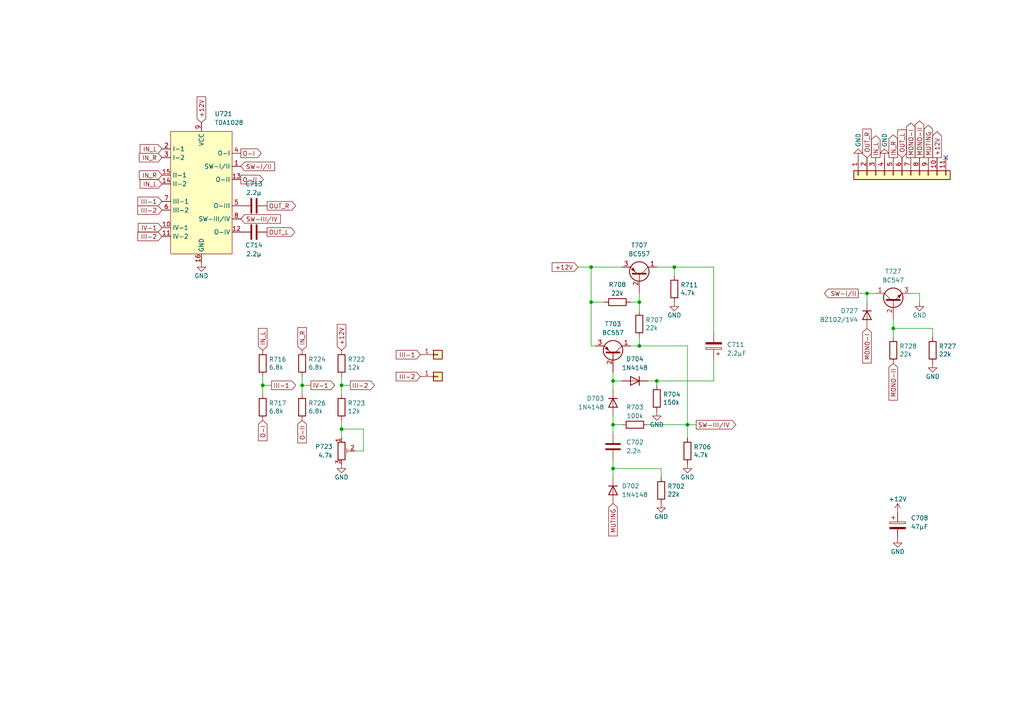
<source format=kicad_sch>
(kicad_sch (version 20230121) (generator eeschema)
  (paper "A4")
  (lib_symbols
    (symbol "Connector_Generic:Conn_01x01" (pin_names (offset 1.016) hide)
      (property "Reference" "J" (at 0 2.54 0))
      (property "Value" "Conn_01x01" (at 0 -2.54 0))
      (symbol "Conn_01x01_1_1"
        (rectangle (start -1.27 0.127) (end 0 -0.127) (stroke (width 0.1524)))
        (rectangle (start -1.27 1.27) (end 1.27 -1.27) (stroke (width 0.254)) (fill (type background)))
        (pin passive line (at -5.08 0 0) (length 3.81) (name "Pin_1") (number "1"))
      )
    )
    (symbol "Connector_Generic:Conn_01x11" (pin_names (offset 1.016) hide)
      (property "Reference" "J" (at 0 15.24 0))
      (property "Value" "Conn_01x11" (at 0 -15.24 0))
      (symbol "Conn_01x11_1_1"
        (rectangle (start -1.27 -12.573) (end 0 -12.827) (stroke (width 0.1524)))
        (rectangle (start -1.27 -10.033) (end 0 -10.287) (stroke (width 0.1524)))
        (rectangle (start -1.27 -7.493) (end 0 -7.747) (stroke (width 0.1524)))
        (rectangle (start -1.27 -4.953) (end 0 -5.207) (stroke (width 0.1524)))
        (rectangle (start -1.27 -2.413) (end 0 -2.667) (stroke (width 0.1524)))
        (rectangle (start -1.27 0.127) (end 0 -0.127) (stroke (width 0.1524)))
        (rectangle (start -1.27 2.667) (end 0 2.413) (stroke (width 0.1524)))
        (rectangle (start -1.27 5.207) (end 0 4.953) (stroke (width 0.1524)))
        (rectangle (start -1.27 7.747) (end 0 7.493) (stroke (width 0.1524)))
        (rectangle (start -1.27 10.287) (end 0 10.033) (stroke (width 0.1524)))
        (rectangle (start -1.27 12.827) (end 0 12.573) (stroke (width 0.1524)))
        (rectangle (start -1.27 13.97) (end 1.27 -13.97) (stroke (width 0.254)) (fill (type background)))
        (pin passive line (at -5.08 12.7 0) (length 3.81) (name "Pin_1") (number "1"))
        (pin passive line (at -5.08 -10.16 0) (length 3.81) (name "Pin_10") (number "10"))
        (pin passive line (at -5.08 -12.7 0) (length 3.81) (name "Pin_11") (number "11"))
        (pin passive line (at -5.08 10.16 0) (length 3.81) (name "Pin_2") (number "2"))
        (pin passive line (at -5.08 7.62 0) (length 3.81) (name "Pin_3") (number "3"))
        (pin passive line (at -5.08 5.08 0) (length 3.81) (name "Pin_4") (number "4"))
        (pin passive line (at -5.08 2.54 0) (length 3.81) (name "Pin_5") (number "5"))
        (pin passive line (at -5.08 0 0) (length 3.81) (name "Pin_6") (number "6"))
        (pin passive line (at -5.08 -2.54 0) (length 3.81) (name "Pin_7") (number "7"))
        (pin passive line (at -5.08 -5.08 0) (length 3.81) (name "Pin_8") (number "8"))
        (pin passive line (at -5.08 -7.62 0) (length 3.81) (name "Pin_9") (number "9"))
      )
    )
    (symbol "Device:C" (pin_numbers hide) (pin_names (offset 0.254))
      (property "Reference" "C" (at 0.635 2.54 0))
      (property "Value" "C" (at 0.635 -2.54 0))
      (symbol "C_0_1"
        (polyline (pts (xy -2.032 -0.762) (xy 2.032 -0.762)) (stroke (width 0.508)))
        (polyline (pts (xy -2.032 0.762) (xy 2.032 0.762)) (stroke (width 0.508)))
      )
      (symbol "C_1_1"
        (pin passive line (at 0 3.81 270) (length 2.794) (name "~") (number "1"))
        (pin passive line (at 0 -3.81 90) (length 2.794) (name "~") (number "2"))
      )
    )
    (symbol "Device:C_Polarized" (pin_numbers hide) (pin_names (offset 0.254))
      (property "Reference" "C" (at 0.635 2.54 0))
      (property "Value" "C_Polarized" (at 0.635 -2.54 0))
      (symbol "C_Polarized_0_1"
        (rectangle (start -2.286 0.508) (end 2.286 1.016))
        (polyline (pts (xy -1.778 2.286) (xy -0.762 2.286)))
        (polyline (pts (xy -1.27 2.794) (xy -1.27 1.778)))
        (rectangle (start 2.286 -0.508) (end -2.286 -1.016) (fill (type outline)))
      )
      (symbol "C_Polarized_1_1"
        (pin passive line (at 0 3.81 270) (length 2.794) (name "~") (number "1"))
        (pin passive line (at 0 -3.81 90) (length 2.794) (name "~") (number "2"))
      )
    )
    (symbol "Device:R" (pin_numbers hide) (pin_names (offset 0))
      (property "Reference" "R" (at 2.032 0 90))
      (property "Value" "R" (at 0 0 90))
      (symbol "R_0_1"
        (rectangle (start -1.016 -2.54) (end 1.016 2.54) (stroke (width 0.254)))
      )
      (symbol "R_1_1"
        (pin passive line (at 0 3.81 270) (length 1.27) (name "~") (number "1"))
        (pin passive line (at 0 -3.81 90) (length 1.27) (name "~") (number "2"))
      )
    )
    (symbol "Device:R_Potentiometer_Trim" (pin_names (offset 1.016) hide)
      (property "Reference" "RV" (at -4.445 0 90))
      (property "Value" "R_Potentiometer_Trim" (at -2.54 0 90))
      (symbol "R_Potentiometer_Trim_0_1"
        (polyline (pts (xy 1.524 0.762) (xy 1.524 -0.762)))
        (polyline (pts (xy 2.54 0) (xy 1.524 0)))
        (rectangle (start 1.016 2.54) (end -1.016 -2.54) (stroke (width 0.254)))
      )
      (symbol "R_Potentiometer_Trim_1_1"
        (pin passive line (at 0 3.81 270) (length 1.27) (name "1") (number "1"))
        (pin passive line (at 3.81 0 180) (length 1.27) (name "2") (number "2"))
        (pin passive line (at 0 -3.81 90) (length 1.27) (name "3") (number "3"))
      )
    )
    (symbol "Diode:1N4148" (pin_numbers hide) (pin_names hide)
      (property "Reference" "D" (at 0 2.54 0))
      (property "Value" "1N4148" (at 0 -2.54 0))
      (symbol "1N4148_0_1"
        (polyline (pts (xy -1.27 1.27) (xy -1.27 -1.27)) (stroke (width 0.254)))
        (polyline (pts (xy 1.27 0) (xy -1.27 0)))
        (polyline (pts (xy 1.27 1.27) (xy 1.27 -1.27) (xy -1.27 0) (xy 1.27 1.27)) (stroke (width 0.254)))
      )
      (symbol "1N4148_1_1"
        (pin passive line (at -3.81 0 0) (length 2.54) (name "K") (number "1"))
        (pin passive line (at 3.81 0 180) (length 2.54) (name "A") (number "2"))
      )
    )
    (symbol "Library:TDA1028"
      (property "Reference" "U" (at 0 0 0))
      (property "Value" "TDA1028" (at 0 0 0))
      (symbol "TDA1028_0_1"
        (rectangle (start 8.89 60.96) (end -8.89 25.4) (fill (type background)))
      )
      (symbol "TDA1028_1_1"
        (pin input line (at 11.43 50.8 180) (length 2.54) (name "SW-I/II") (number "1"))
        (pin input line (at -11.43 33.02 0) (length 2.54) (name "IV-1") (number "10"))
        (pin input line (at -11.43 30.48 0) (length 2.54) (name "IV-2") (number "11"))
        (pin output line (at 11.43 31.75 180) (length 2.54) (name "O-IV") (number "12"))
        (pin output line (at 11.43 46.99 180) (length 2.54) (name "O-II") (number "13"))
        (pin input line (at -11.43 45.72 0) (length 2.54) (name "II-2") (number "14"))
        (pin input line (at -11.43 48.26 0) (length 2.54) (name "II-1") (number "15"))
        (pin input line (at 0 22.86 90) (length 2.54) (name "GND") (number "16"))
        (pin input line (at -11.43 55.88 0) (length 2.54) (name "I-1") (number "2"))
        (pin input line (at -11.43 53.34 0) (length 2.54) (name "I-2") (number "3"))
        (pin output line (at 11.43 54.61 180) (length 2.54) (name "O-I") (number "4"))
        (pin output line (at 11.43 39.37 180) (length 2.54) (name "O-III") (number "5"))
        (pin input line (at -11.43 38.1 0) (length 2.54) (name "III-2") (number "6"))
        (pin input line (at -11.43 40.64 0) (length 2.54) (name "III-1") (number "7"))
        (pin input line (at 11.43 35.56 180) (length 2.54) (name "SW-III/IV") (number "8"))
        (pin input line (at 0 63.5 270) (length 2.54) (name "VCC") (number "9"))
      )
    )
    (symbol "Transistor_BJT:BC546" (pin_names (offset 0) hide)
      (property "Reference" "Q" (at 5.08 1.905 0))
      (property "Value" "BC546" (at 5.08 0 0))
      (symbol "BC546_0_1"
        (polyline (pts (xy 0 0) (xy 0.635 0)))
        (polyline (pts (xy 0.635 0.635) (xy 2.54 2.54)))
        (polyline (pts (xy 0.635 -0.635) (xy 2.54 -2.54) (xy 2.54 -2.54)))
        (polyline (pts (xy 0.635 1.905) (xy 0.635 -1.905) (xy 0.635 -1.905)) (stroke (width 0.508)))
        (polyline (pts (xy 1.27 -1.778) (xy 1.778 -1.27) (xy 2.286 -2.286) (xy 1.27 -1.778) (xy 1.27 -1.778)) (fill (type outline)))
        (circle (center 1.27 0) (radius 2.8194) (stroke (width 0.254)))
      )
      (symbol "BC546_1_1"
        (pin passive line (at 2.54 5.08 270) (length 2.54) (name "C") (number "1"))
        (pin input line (at -5.08 0 0) (length 5.08) (name "B") (number "2"))
        (pin passive line (at 2.54 -5.08 90) (length 2.54) (name "E") (number "3"))
      )
    )
    (symbol "Transistor_BJT:BC557" (pin_names (offset 0) hide)
      (property "Reference" "Q" (at 5.08 1.905 0))
      (property "Value" "BC557" (at 5.08 0 0))
      (symbol "BC557_0_1"
        (polyline (pts (xy 0.635 0.635) (xy 2.54 2.54)))
        (polyline (pts (xy 0.635 -0.635) (xy 2.54 -2.54) (xy 2.54 -2.54)))
        (polyline (pts (xy 0.635 1.905) (xy 0.635 -1.905) (xy 0.635 -1.905)) (stroke (width 0.508)))
        (polyline (pts (xy 2.286 -1.778) (xy 1.778 -2.286) (xy 1.27 -1.27) (xy 2.286 -1.778) (xy 2.286 -1.778)) (fill (type outline)))
        (circle (center 1.27 0) (radius 2.8194) (stroke (width 0.254)))
      )
      (symbol "BC557_1_1"
        (pin passive line (at 2.54 5.08 270) (length 2.54) (name "C") (number "1"))
        (pin input line (at -5.08 0 0) (length 5.715) (name "B") (number "2"))
        (pin passive line (at 2.54 -5.08 90) (length 2.54) (name "E") (number "3"))
      )
    )
    (symbol "power:+12V" (power) (pin_names (offset 0))
      (property "Value" "+12V" (at 0 3.556 0))
      (symbol "+12V_0_1"
        (polyline (pts (xy -0.762 1.27) (xy 0 2.54)))
        (polyline (pts (xy 0 0) (xy 0 2.54)))
        (polyline (pts (xy 0 2.54) (xy 0.762 1.27)))
      )
      (symbol "+12V_1_1"
        (pin power_in line (at 0 0 90) (length 0) hide (name "+12V") (number "1"))
      )
    )
    (symbol "power:GND" (power) (pin_names (offset 0))
      (property "Value" "GND" (at 0 -3.81 0))
      (symbol "GND_0_1"
        (polyline (pts (xy 0 0) (xy 0 -1.27) (xy 1.27 -1.27) (xy 0 -2.54) (xy -1.27 -1.27) (xy 0 -1.27)))
      )
      (symbol "GND_1_1"
        (pin power_in line (at 0 0 270) (length 0) hide (name "GND") (number "1"))
      )
    )
  )
  (junction (at 177.8 135.89))
  (junction (at 177.8 110.49))
  (junction (at 76.2 111.76))
  (junction (at 177.8 123.19))
  (junction (at 99.06 111.76))
  (junction (at 185.42 87.63))
  (junction (at 87.63 111.76))
  (junction (at 171.45 77.47))
  (junction (at 259.08 95.25))
  (junction (at 171.45 87.63))
  (junction (at 185.42 100.33))
  (junction (at 190.5 110.49))
  (junction (at 199.39 123.19))
  (junction (at 99.06 124.46))
  (junction (at 251.46 85.09))
  (junction (at 195.58 77.47))
  (no_connect (at 274.32 45.72))
  (wire (pts (xy 199.39 123.19) (xy 199.39 127)))
  (wire (pts (xy 248.92 85.09) (xy 251.46 85.09)))
  (wire (pts (xy 190.5 110.49) (xy 190.5 111.76)))
  (wire (pts (xy 171.45 87.63) (xy 171.45 100.33)))
  (wire (pts (xy 175.26 87.63) (xy 171.45 87.63)))
  (wire (pts (xy 185.42 97.79) (xy 185.42 100.33)))
  (wire (pts (xy 76.2 111.76) (xy 78.74 111.76)))
  (wire (pts (xy 105.41 130.81) (xy 102.87 130.81)))
  (wire (pts (xy 207.01 96.52) (xy 207.01 77.47)))
  (wire (pts (xy 167.64 77.47) (xy 171.45 77.47)))
  (wire (pts (xy 270.51 95.25) (xy 270.51 97.79)))
  (wire (pts (xy 259.08 95.25) (xy 259.08 97.79)))
  (wire (pts (xy 259.08 92.71) (xy 259.08 95.25)))
  (wire (pts (xy 177.8 110.49) (xy 180.34 110.49)))
  (wire (pts (xy 177.8 123.19) (xy 180.34 123.19)))
  (wire (pts (xy 259.08 95.25) (xy 270.51 95.25)))
  (wire (pts (xy 182.88 100.33) (xy 185.42 100.33)))
  (wire (pts (xy 187.96 123.19) (xy 199.39 123.19)))
  (wire (pts (xy 187.96 110.49) (xy 190.5 110.49)))
  (wire (pts (xy 191.77 135.89) (xy 177.8 135.89)))
  (wire (pts (xy 264.16 85.09) (xy 266.7 85.09)))
  (wire (pts (xy 207.01 110.49) (xy 190.5 110.49)))
  (wire (pts (xy 76.2 109.22) (xy 76.2 111.76)))
  (wire (pts (xy 99.06 124.46) (xy 105.41 124.46)))
  (wire (pts (xy 99.06 111.76) (xy 99.06 114.3)))
  (wire (pts (xy 254 85.09) (xy 251.46 85.09)))
  (wire (pts (xy 185.42 100.33) (xy 199.39 100.33)))
  (wire (pts (xy 87.63 111.76) (xy 87.63 114.3)))
  (wire (pts (xy 171.45 77.47) (xy 180.34 77.47)))
  (wire (pts (xy 251.46 85.09) (xy 251.46 87.63)))
  (wire (pts (xy 87.63 109.22) (xy 87.63 111.76)))
  (wire (pts (xy 172.72 100.33) (xy 171.45 100.33)))
  (wire (pts (xy 76.2 111.76) (xy 76.2 114.3)))
  (wire (pts (xy 99.06 124.46) (xy 99.06 127)))
  (wire (pts (xy 177.8 120.65) (xy 177.8 123.19)))
  (wire (pts (xy 182.88 87.63) (xy 185.42 87.63)))
  (wire (pts (xy 171.45 87.63) (xy 171.45 77.47)))
  (wire (pts (xy 207.01 77.47) (xy 195.58 77.47)))
  (wire (pts (xy 177.8 135.89) (xy 177.8 133.35)))
  (wire (pts (xy 177.8 125.73) (xy 177.8 123.19)))
  (wire (pts (xy 99.06 111.76) (xy 101.6 111.76)))
  (wire (pts (xy 177.8 135.89) (xy 177.8 138.43)))
  (wire (pts (xy 99.06 121.92) (xy 99.06 124.46)))
  (wire (pts (xy 199.39 123.19) (xy 201.93 123.19)))
  (wire (pts (xy 87.63 111.76) (xy 90.17 111.76)))
  (wire (pts (xy 177.8 110.49) (xy 177.8 113.03)))
  (wire (pts (xy 185.42 87.63) (xy 185.42 90.17)))
  (wire (pts (xy 191.77 138.43) (xy 191.77 135.89)))
  (wire (pts (xy 99.06 109.22) (xy 99.06 111.76)))
  (wire (pts (xy 207.01 104.14) (xy 207.01 110.49)))
  (wire (pts (xy 195.58 77.47) (xy 195.58 80.01)))
  (wire (pts (xy 105.41 124.46) (xy 105.41 130.81)))
  (wire (pts (xy 185.42 85.09) (xy 185.42 87.63)))
  (wire (pts (xy 177.8 107.95) (xy 177.8 110.49)))
  (wire (pts (xy 266.7 85.09) (xy 266.7 87.63)))
  (wire (pts (xy 199.39 100.33) (xy 199.39 123.19)))
  (wire (pts (xy 190.5 77.47) (xy 195.58 77.47)))
  (global_label "MUTING" (shape input) (at 177.8 146.05 270) (property "Intersheetrefs" "${INTERSHEET_REFS}" (effects hide)))
  (global_label "IN_R" (shape input) (at 46.99 45.72 180) (property "Intersheetrefs" "${INTERSHEET_REFS}" (effects hide)))
  (global_label "OUT_L" (shape input) (at 261.62 45.72 90) (property "Intersheetrefs" "${INTERSHEET_REFS}" (effects hide)))
  (global_label "IN_R" (shape output) (at 259.08 45.72 90) (property "Intersheetrefs" "${INTERSHEET_REFS}" (effects hide)))
  (global_label "MONO-I" (shape output) (at 264.16 45.72 90) (property "Intersheetrefs" "${INTERSHEET_REFS}" (effects hide)))
  (global_label "MONO-II" (shape input) (at 259.08 105.41 270) (property "Intersheetrefs" "${INTERSHEET_REFS}" (effects hide)))
  (global_label "IV-1" (shape output) (at 90.17 111.76 0) (property "Intersheetrefs" "${INTERSHEET_REFS}" (effects hide)))
  (global_label "O-I" (shape input) (at 76.2 121.92 270) (property "Intersheetrefs" "${INTERSHEET_REFS}" (effects hide)))
  (global_label "IN_L" (shape output) (at 254 45.72 90) (property "Intersheetrefs" "${INTERSHEET_REFS}" (effects hide)))
  (global_label "III-2" (shape input) (at 46.99 68.58 180) (property "Intersheetrefs" "${INTERSHEET_REFS}" (effects hide)))
  (global_label "III-2" (shape input) (at 121.92 109.22 180) (property "Intersheetrefs" "${INTERSHEET_REFS}" (effects hide)))
  (global_label "+12V" (shape output) (at 271.78 45.72 90) (property "Intersheetrefs" "${INTERSHEET_REFS}" (effects hide)))
  (global_label "IN_L" (shape input) (at 76.2 101.6 90) (property "Intersheetrefs" "${INTERSHEET_REFS}" (effects hide)))
  (global_label "IN_L" (shape input) (at 46.99 43.18 180) (property "Intersheetrefs" "${INTERSHEET_REFS}" (effects hide)))
  (global_label "III-2" (shape input) (at 46.99 60.96 180) (property "Intersheetrefs" "${INTERSHEET_REFS}" (effects hide)))
  (global_label "IN_R" (shape input) (at 87.63 101.6 90) (property "Intersheetrefs" "${INTERSHEET_REFS}" (effects hide)))
  (global_label "OUT_R" (shape output) (at 77.47 59.69 0) (property "Intersheetrefs" "${INTERSHEET_REFS}" (effects hide)))
  (global_label "O-II" (shape output) (at 69.85 52.07 0) (property "Intersheetrefs" "${INTERSHEET_REFS}" (effects hide)))
  (global_label "OUT_R" (shape input) (at 251.46 45.72 90) (property "Intersheetrefs" "${INTERSHEET_REFS}" (effects hide)))
  (global_label "III-1" (shape input) (at 121.92 102.87 180) (property "Intersheetrefs" "${INTERSHEET_REFS}" (effects hide)))
  (global_label "+12V" (shape input) (at 58.42 35.56 90) (property "Intersheetrefs" "${INTERSHEET_REFS}" (effects hide)))
  (global_label "III-2" (shape output) (at 101.6 111.76 0) (property "Intersheetrefs" "${INTERSHEET_REFS}" (effects hide)))
  (global_label "SW-III{slash}IV" (shape output) (at 201.93 123.19 0) (property "Intersheetrefs" "${INTERSHEET_REFS}" (effects hide)))
  (global_label "MONO-II" (shape output) (at 266.7 45.72 90) (property "Intersheetrefs" "${INTERSHEET_REFS}" (effects hide)))
  (global_label "IN_R" (shape input) (at 46.99 50.8 180) (property "Intersheetrefs" "${INTERSHEET_REFS}" (effects hide)))
  (global_label "IV-1" (shape input) (at 46.99 66.04 180) (property "Intersheetrefs" "${INTERSHEET_REFS}" (effects hide)))
  (global_label "SW-I{slash}II" (shape input) (at 69.85 48.26 0) (property "Intersheetrefs" "${INTERSHEET_REFS}" (effects hide)))
  (global_label "MONO-I" (shape input) (at 251.46 95.25 270) (property "Intersheetrefs" "${INTERSHEET_REFS}" (effects hide)))
  (global_label "IN_L" (shape input) (at 46.99 53.34 180) (property "Intersheetrefs" "${INTERSHEET_REFS}" (effects hide)))
  (global_label "O-I" (shape output) (at 69.85 44.45 0) (property "Intersheetrefs" "${INTERSHEET_REFS}" (effects hide)))
  (global_label "OUT_L" (shape output) (at 77.47 67.31 0) (property "Intersheetrefs" "${INTERSHEET_REFS}" (effects hide)))
  (global_label "+12V" (shape input) (at 167.64 77.47 180) (property "Intersheetrefs" "${INTERSHEET_REFS}" (effects hide)))
  (global_label "O-II" (shape input) (at 87.63 121.92 270) (property "Intersheetrefs" "${INTERSHEET_REFS}" (effects hide)))
  (global_label "SW-III{slash}IV" (shape input) (at 69.85 63.5 0) (property "Intersheetrefs" "${INTERSHEET_REFS}" (effects hide)))
  (global_label "+12V" (shape input) (at 99.06 101.6 90) (property "Intersheetrefs" "${INTERSHEET_REFS}" (effects hide)))
  (global_label "III-1" (shape input) (at 46.99 58.42 180) (property "Intersheetrefs" "${INTERSHEET_REFS}" (effects hide)))
  (global_label "III-1" (shape output) (at 78.74 111.76 0) (property "Intersheetrefs" "${INTERSHEET_REFS}" (effects hide)))
  (global_label "MUTING" (shape output) (at 269.24 45.72 90) (property "Intersheetrefs" "${INTERSHEET_REFS}" (effects hide)))
  (global_label "SW-I{slash}II" (shape output) (at 248.92 85.09 180) (property "Intersheetrefs" "${INTERSHEET_REFS}" (effects hide)))
  (symbol (lib_id "Connector_Generic:Conn_01x11") (at 261.62 50.8 90) (mirror x) (unit 1)
    (property "Reference" "J1" (effects hide))
    (property "Value" "Conn_01x13" (effects hide))
    (property "Footprint" "NF-Filter-Modul:Connector_01x11_5mm" (effects hide))
  )
  (symbol (lib_id "power:GND") (at 58.42 76.2 0) (unit 1)
    (property "Reference" "#PWR0109" (effects hide))
    (property "Value" "GND" (at 58.42 80.01 0))
  )
  (symbol (lib_id "Device:R") (at 87.63 118.11 0) (unit 1)
    (property "Reference" "R726" (at 89.408 116.9416 0) (effects (justify left)))
    (property "Value" "6.8k" (at 89.408 119.253 0) (effects (justify left)))
    (property "Footprint" "Resistor_THT:R_Axial_DIN0207_L6.3mm_D2.5mm_P10.16mm_Horizontal" (effects hide))
  )
  (symbol (lib_id "Device:R") (at 199.39 130.81 0) (unit 1)
    (property "Reference" "R706" (at 201.168 129.6416 0) (effects (justify left)))
    (property "Value" "4.7k" (at 201.168 131.953 0) (effects (justify left)))
    (property "Footprint" "Resistor_THT:R_Axial_DIN0207_L6.3mm_D2.5mm_P10.16mm_Horizontal" (effects hide))
  )
  (symbol (lib_id "power:GND") (at 191.77 146.05 0) (unit 1)
    (property "Reference" "#PWR09" (effects hide))
    (property "Value" "GND" (at 191.77 149.86 0))
  )
  (symbol (lib_id "power:GND") (at 248.92 45.72 180) (unit 1)
    (property "Reference" "#PWR07" (effects hide))
    (property "Value" "GND" (at 248.92 40.64 90))
  )
  (symbol (lib_id "Device:R") (at 184.15 123.19 90) (unit 1)
    (property "Reference" "R703" (at 184.15 118.11 90))
    (property "Value" "100k" (at 184.15 120.65 90))
    (property "Footprint" "Resistor_THT:R_Axial_DIN0207_L6.3mm_D2.5mm_P10.16mm_Horizontal" (effects hide))
  )
  (symbol (lib_id "Device:R") (at 99.06 118.11 0) (unit 1)
    (property "Reference" "R723" (at 100.838 116.9416 0) (effects (justify left)))
    (property "Value" "12k" (at 100.838 119.253 0) (effects (justify left)))
    (property "Footprint" "Resistor_THT:R_Axial_DIN0207_L6.3mm_D2.5mm_P10.16mm_Horizontal" (effects hide))
  )
  (symbol (lib_id "power:GND") (at 260.35 156.21 0) (unit 1)
    (property "Reference" "#PWR0105" (effects hide))
    (property "Value" "GND" (at 260.35 160.02 0))
  )
  (symbol (lib_id "Device:R") (at 191.77 142.24 0) (unit 1)
    (property "Reference" "R702" (at 193.548 141.0716 0) (effects (justify left)))
    (property "Value" "22k" (at 193.548 143.383 0) (effects (justify left)))
    (property "Footprint" "Resistor_THT:R_Axial_DIN0207_L6.3mm_D2.5mm_P10.16mm_Horizontal" (effects hide))
  )
  (symbol (lib_id "Device:R") (at 195.58 83.82 0) (unit 1)
    (property "Reference" "R711" (at 197.358 82.6516 0) (effects (justify left)))
    (property "Value" "4.7k" (at 197.358 84.963 0) (effects (justify left)))
    (property "Footprint" "Resistor_THT:R_Axial_DIN0207_L6.3mm_D2.5mm_P10.16mm_Horizontal" (effects hide))
  )
  (symbol (lib_id "Device:R") (at 76.2 118.11 0) (unit 1)
    (property "Reference" "R717" (at 77.978 116.9416 0) (effects (justify left)))
    (property "Value" "6.8k" (at 77.978 119.253 0) (effects (justify left)))
    (property "Footprint" "Resistor_THT:R_Axial_DIN0207_L6.3mm_D2.5mm_P10.16mm_Horizontal" (effects hide))
  )
  (symbol (lib_id "power:GND") (at 190.5 119.38 0) (unit 1)
    (property "Reference" "#PWR02" (effects hide))
    (property "Value" "GND" (at 190.5 123.19 0))
  )
  (symbol (lib_id "power:GND") (at 266.7 87.63 0) (unit 1)
    (property "Reference" "#PWR04" (effects hide))
    (property "Value" "GND" (at 266.7 91.44 0))
  )
  (symbol (lib_id "Diode:1N4148") (at 184.15 110.49 180) (unit 1)
    (property "Reference" "D704" (at 184.15 104.14 0))
    (property "Value" "1N4148" (at 184.15 106.68 0))
    (property "Footprint" "Diode_THT:D_DO-35_SOD27_P10.16mm_Horizontal" (effects hide))
    (property "Datasheet" "https://assets.nexperia.com/documents/data-sheet/1N4148_1N4448.pdf" (effects hide))
    (property "Sim.Device" "D" (effects hide))
    (property "Sim.Pins" "1=K 2=A" (effects hide))
  )
  (symbol (lib_id "Library:TDA1028") (at 58.42 99.06 0) (unit 1)
    (property "Reference" "U721" (at 62.23 33.02 0) (effects (justify left)))
    (property "Value" "TDA1028" (at 62.23 35.56 0) (effects (justify left)))
    (property "Footprint" "Package_DIP:DIP-16_W7.62mm" (effects hide))
  )
  (symbol (lib_id "Transistor_BJT:BC546") (at 259.08 87.63 90) (unit 1)
    (property "Reference" "T727" (at 259.08 78.74 90))
    (property "Value" "BC547" (at 259.08 81.28 90))
    (property "Footprint" "Package_TO_SOT_THT:TO-92_Wide" (effects hide))
    (property "Datasheet" "https://www.onsemi.com/pub/Collateral/BC550-D.pdf" (effects hide))
  )
  (symbol (lib_id "Device:R") (at 185.42 93.98 0) (unit 1)
    (property "Reference" "R707" (at 187.198 92.8116 0) (effects (justify left)))
    (property "Value" "22k" (at 187.198 95.123 0) (effects (justify left)))
    (property "Footprint" "Resistor_THT:R_Axial_DIN0207_L6.3mm_D2.5mm_P10.16mm_Horizontal" (effects hide))
  )
  (symbol (lib_id "power:GND") (at 99.06 134.62 0) (unit 1)
    (property "Reference" "#PWR06" (effects hide))
    (property "Value" "GND" (at 99.06 138.43 0))
  )
  (symbol (lib_id "Diode:1N4148") (at 177.8 116.84 270) (unit 1)
    (property "Reference" "D703" (at 175.26 115.57 90) (effects (justify right)))
    (property "Value" "1N4148" (at 175.26 118.11 90) (effects (justify right)))
    (property "Footprint" "Diode_THT:D_DO-35_SOD27_P10.16mm_Horizontal" (effects hide))
    (property "Datasheet" "https://assets.nexperia.com/documents/data-sheet/1N4148_1N4448.pdf" (effects hide))
    (property "Sim.Device" "D" (effects hide))
    (property "Sim.Pins" "1=K 2=A" (effects hide))
  )
  (symbol (lib_id "Device:C_Polarized") (at 260.35 152.4 0) (unit 1)
    (property "Reference" "C708" (at 264.16 150.241 0) (effects (justify left)))
    (property "Value" "47µF" (at 264.16 152.781 0) (effects (justify left)))
    (property "Footprint" "Capacitor_THT:CP_Radial_D6.3mm_P2.50mm" (effects hide))
  )
  (symbol (lib_id "power:GND") (at 195.58 87.63 0) (unit 1)
    (property "Reference" "#PWR03" (effects hide))
    (property "Value" "GND" (at 195.58 91.44 0))
  )
  (symbol (lib_id "Connector_Generic:Conn_01x01") (at 127 102.87 0) (unit 1)
    (property "Reference" "J2" (effects hide))
    (property "Value" "Conn_01x01" (effects hide))
    (property "Footprint" "TestPoint:TestPoint_Loop_D1.80mm_Drill1.0mm_Beaded" (effects hide))
  )
  (symbol (lib_id "Transistor_BJT:BC557") (at 185.42 80.01 270) (mirror x) (unit 1)
    (property "Reference" "T707" (at 185.42 71.12 90))
    (property "Value" "BC557" (at 185.42 73.66 90))
    (property "Footprint" "Package_TO_SOT_THT:TO-92_Wide" (effects hide))
    (property "Datasheet" "https://www.onsemi.com/pub/Collateral/BC556BTA-D.pdf" (effects hide))
  )
  (symbol (lib_id "Device:R") (at 259.08 101.6 0) (unit 1)
    (property "Reference" "R728" (at 260.858 100.4316 0) (effects (justify left)))
    (property "Value" "22k" (at 260.858 102.743 0) (effects (justify left)))
    (property "Footprint" "Resistor_THT:R_Axial_DIN0207_L6.3mm_D2.5mm_P10.16mm_Horizontal" (effects hide))
  )
  (symbol (lib_id "Diode:1N4148") (at 251.46 91.44 90) (mirror x) (unit 1)
    (property "Reference" "D727" (at 248.92 90.17 90) (effects (justify left)))
    (property "Value" "BZ102/1V4" (at 248.92 92.71 90) (effects (justify left)))
    (property "Footprint" "Diode_THT:D_DO-35_SOD27_P10.16mm_Horizontal" (effects hide))
    (property "Datasheet" "https://assets.nexperia.com/documents/data-sheet/1N4148_1N4448.pdf" (effects hide))
    (property "Sim.Device" "D" (effects hide))
    (property "Sim.Pins" "1=K 2=A" (effects hide))
  )
  (symbol (lib_id "Device:C_Polarized") (at 207.01 100.33 180) (unit 1)
    (property "Reference" "C711" (at 210.82 99.949 0) (effects (justify right)))
    (property "Value" "2.2µF" (at 210.82 102.489 0) (effects (justify right)))
    (property "Footprint" "Capacitor_THT:CP_Radial_D5.0mm_P2.00mm" (effects hide))
  )
  (symbol (lib_id "Device:R") (at 87.63 105.41 0) (unit 1)
    (property "Reference" "R724" (at 89.408 104.2416 0) (effects (justify left)))
    (property "Value" "6.8k" (at 89.408 106.553 0) (effects (justify left)))
    (property "Footprint" "Resistor_THT:R_Axial_DIN0207_L6.3mm_D2.5mm_P10.16mm_Horizontal" (effects hide))
  )
  (symbol (lib_id "power:GND") (at 199.39 134.62 0) (unit 1)
    (property "Reference" "#PWR01" (effects hide))
    (property "Value" "GND" (at 199.39 138.43 0))
  )
  (symbol (lib_id "Device:R") (at 190.5 115.57 0) (unit 1)
    (property "Reference" "R704" (at 192.278 114.4016 0) (effects (justify left)))
    (property "Value" "150k" (at 192.278 116.713 0) (effects (justify left)))
    (property "Footprint" "Resistor_THT:R_Axial_DIN0207_L6.3mm_D2.5mm_P10.16mm_Horizontal" (effects hide))
  )
  (symbol (lib_id "Device:R_Potentiometer_Trim") (at 99.06 130.81 0) (unit 1)
    (property "Reference" "P723" (at 96.52 129.54 0) (effects (justify right)))
    (property "Value" "4.7k" (at 96.52 132.08 0) (effects (justify right)))
    (property "Footprint" "Potentiometer_THT:Potentiometer_Piher_PT-10-H01_Horizontal" (effects hide))
  )
  (symbol (lib_id "Device:C") (at 177.8 129.54 0) (unit 1)
    (property "Reference" "C702" (at 181.61 128.27 0) (effects (justify left)))
    (property "Value" "2.2n" (at 181.61 130.81 0) (effects (justify left)))
    (property "Footprint" "Capacitor_THT:C_Rect_L10.0mm_W2.5mm_P7.50mm_MKS4" (effects hide))
  )
  (symbol (lib_id "Transistor_BJT:BC557") (at 177.8 102.87 270) (mirror x) (unit 1)
    (property "Reference" "T703" (at 177.8 93.98 90))
    (property "Value" "BC557" (at 177.8 96.52 90))
    (property "Footprint" "Package_TO_SOT_THT:TO-92_Wide" (effects hide))
    (property "Datasheet" "https://www.onsemi.com/pub/Collateral/BC556BTA-D.pdf" (effects hide))
  )
  (symbol (lib_id "power:+12V") (at 260.35 148.59 0) (unit 1)
    (property "Reference" "#PWR0106" (effects hide))
    (property "Value" "+12V" (at 260.35 144.78 0))
  )
  (symbol (lib_id "power:GND") (at 270.51 105.41 0) (unit 1)
    (property "Reference" "#PWR05" (effects hide))
    (property "Value" "GND" (at 270.51 109.22 0))
  )
  (symbol (lib_id "power:GND") (at 256.54 45.72 180) (unit 1)
    (property "Reference" "#PWR08" (effects hide))
    (property "Value" "GND" (at 256.54 40.64 90))
  )
  (symbol (lib_id "Device:R") (at 76.2 105.41 0) (unit 1)
    (property "Reference" "R716" (at 77.978 104.2416 0) (effects (justify left)))
    (property "Value" "6.8k" (at 77.978 106.553 0) (effects (justify left)))
    (property "Footprint" "Resistor_THT:R_Axial_DIN0207_L6.3mm_D2.5mm_P10.16mm_Horizontal" (effects hide))
  )
  (symbol (lib_id "Device:C") (at 73.66 67.31 90) (unit 1)
    (property "Reference" "C714" (at 73.66 71.12 90))
    (property "Value" "2.2µ" (at 73.66 73.66 90))
    (property "Footprint" "Capacitor_THT:C_Rect_L7.2mm_W7.2mm_P5.00mm_FKS2_FKP2_MKS2_MKP2" (effects hide))
  )
  (symbol (lib_id "Device:R") (at 179.07 87.63 90) (unit 1)
    (property "Reference" "R708" (at 179.07 82.55 90))
    (property "Value" "22k" (at 179.07 85.09 90))
    (property "Footprint" "Resistor_THT:R_Axial_DIN0207_L6.3mm_D2.5mm_P10.16mm_Horizontal" (effects hide))
  )
  (symbol (lib_id "Device:R") (at 99.06 105.41 0) (unit 1)
    (property "Reference" "R722" (at 100.838 104.2416 0) (effects (justify left)))
    (property "Value" "12k" (at 100.838 106.553 0) (effects (justify left)))
    (property "Footprint" "Resistor_THT:R_Axial_DIN0207_L6.3mm_D2.5mm_P10.16mm_Horizontal" (effects hide))
  )
  (symbol (lib_id "Device:C") (at 73.66 59.69 90) (unit 1)
    (property "Reference" "C713" (at 73.66 53.34 90))
    (property "Value" "2.2µ" (at 73.66 55.88 90))
    (property "Footprint" "Capacitor_THT:C_Rect_L7.2mm_W7.2mm_P5.00mm_FKS2_FKP2_MKS2_MKP2" (effects hide))
  )
  (symbol (lib_id "Diode:1N4148") (at 177.8 142.24 270) (unit 1)
    (property "Reference" "D702" (at 180.34 140.97 90) (effects (justify left)))
    (property "Value" "1N4148" (at 180.34 143.51 90) (effects (justify left)))
    (property "Footprint" "Diode_THT:D_DO-35_SOD27_P10.16mm_Horizontal" (effects hide))
    (property "Datasheet" "https://assets.nexperia.com/documents/data-sheet/1N4148_1N4448.pdf" (effects hide))
    (property "Sim.Device" "D" (effects hide))
    (property "Sim.Pins" "1=K 2=A" (effects hide))
  )
  (symbol (lib_id "Connector_Generic:Conn_01x01") (at 127 109.22 0) (unit 1)
    (property "Reference" "J3" (effects hide))
    (property "Value" "Conn_01x01" (effects hide))
    (property "Footprint" "TestPoint:TestPoint_Loop_D1.80mm_Drill1.0mm_Beaded" (effects hide))
  )
  (symbol (lib_id "Device:R") (at 270.51 101.6 0) (unit 1)
    (property "Reference" "R727" (at 272.288 100.4316 0) (effects (justify left)))
    (property "Value" "22k" (at 272.288 102.743 0) (effects (justify left)))
    (property "Footprint" "Resistor_THT:R_Axial_DIN0207_L6.3mm_D2.5mm_P10.16mm_Horizontal" (effects hide))
  )
)
</source>
